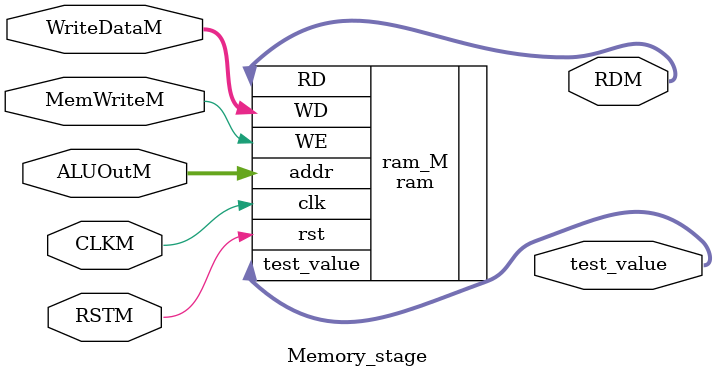
<source format=v>
module Memory_stage (
    input wire [31:0] ALUOutM,
    input wire [31:0] WriteDataM,
    input wire        CLKM,RSTM,
    input wire        MemWriteM,
    output wire [31:0] RDM,
    output wire [15:0] test_value
);

ram ram_M (
    .WD(WriteDataM),
    .addr(ALUOutM),
    .WE(MemWriteM),
    .clk(CLKM),
    .rst(RSTM),
    .RD(RDM),
    .test_value(test_value)
);

endmodule
</source>
